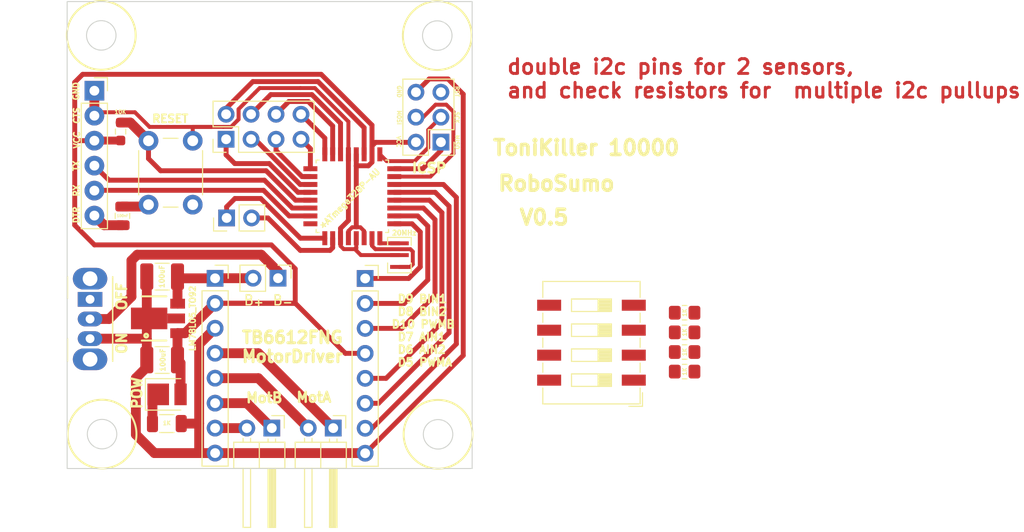
<source format=kicad_pcb>
(kicad_pcb (version 20221018) (generator pcbnew)
  (layers (0 "F.Cu" signal) (31 "B.Cu" signal) (34 "B.Paste" user) (35 "F.Paste" user) (36 "B.SilkS" user "B.Silkscreen") (37 "F.SilkS" user "F.Silkscreen") (38 "B.Mask" user) (39 "F.Mask" user) (44 "Edge.Cuts" user))
  (net 0 "")
  (net 1 "+BATT")
  (net 2 "RESET")
  (net 3 "Net-(J7-Pin_2)")
  (net 4 "Net-(J7-Pin_1)")
  (net 5 "Net-(J6-Pin_1)")
  (net 6 "Net-(J6-Pin_2)")
  (net 7 "Net-(D1-K)")
  (net 8 "DTR")
  (net 9 "MISO")
  (net 10 "SCK")
  (net 11 "Net-(R7-Pad2)")
  (net 12 "PWMA")
  (net 13 "AIN2")
  (net 14 "Net-(U1-XTAL1{slash}PB6)")
  (net 15 "Net-(U1-XTAL2{slash}PB7)")
  (net 16 "PWMB")
  (net 17 "BIN2")
  (net 18 "BIN1")
  (net 19 "MOSI")
  (net 20 "A6")
  (net 21 "A7")
  (net 22 "Sensor0")
  (net 23 "Sensor1")
  (net 24 "Net-(R8-Pad2)")
  (net 25 "Net-(R9-Pad2)")
  (net 26 "Net-(R10-Pad2)")
  (net 27 "TX")
  (net 28 "RX")
  (net 29 "AIN1")
  (net 30 "A0")
  (net 31 "A1")
  (net 32 "A2")
  (net 33 "A3")
  (net 34 "+5V")
  (net 36 "unconnected-(U1-PD4-Pad2)")
  (net 37 "unconnected-(U1-~PD3-Pad1)")
  (net 38 "GND")
  (net 39 "Net-(J1-Pin_1)")
  (footprint "Resistor_SMD:R_0805_2012Metric_Pad1.20x1.40mm_HandSolder" (layer "F.Cu") (at 171.65 110.4)
    (fp_text reference "R9" hide)
    (fp_text value "1K" (at 0.01 0 90) (layer "F.SilkS") (effects (font (size 0.4 0.4) (thickness 0.1))))
    (pad "1" smd roundrect (at -1 0) (size 1.2 1.4) (layers "F.Cu" "F.Paste" "F.Mask") (roundrect_rratio 0.208333) (net 34 "+5V"))
    (pad "2" smd roundrect (at 1 0) (size 1.2 1.4) (layers "F.Cu" "F.Paste" "F.Mask") (roundrect_rratio 0.208333) (net 25 "Net-(R9-Pad2)"))
  )
  (footprint "Capacitor_SMD:C_0805_2012Metric" (layer "F.Cu") (at 114.465 98.55 90)
    (fp_text reference "C3" hide)
    (fp_text value "100nF" (at 0.01 0.01) (layer "F.SilkS") (effects (font (size 0.25 0.25) (thickness 0.0625))))
    (pad "1" smd roundrect (at -0.95 0 90) (size 1 1.45) (layers "F.Cu" "F.Paste" "F.Mask") (net 8 "DTR"))
    (pad "2" smd roundrect (at 0.95 0 90) (size 1 1.45) (layers "F.Cu" "F.Paste" "F.Mask") (net 2 "RESET"))
  )
  (footprint "Resistor_SMD:R_0603_1608Metric_Pad0.98x0.95mm_HandSolder" (layer "F.Cu") (at 114.275 89.97 -90)
    (fp_text reference "R2" hide)
    (fp_text value "10K" (at -1.99 0.02) (layer "F.SilkS") (effects (font (size 0.4 0.4) (thickness 0.1))))
    (pad "1" smd roundrect (at -0.9125 0 270) (size 0.975 0.95) (layers "F.Cu" "F.Paste" "F.Mask") (net 2 "RESET"))
    (pad "2" smd roundrect (at 0.9125 0 270) (size 0.975 0.95) (layers "F.Cu" "F.Paste" "F.Mask") (net 34 "+5V"))
  )
  (footprint "Crystal:Resonator_SMD_Murata_CSTxExxV-3Pin_3.0x1.1mm" (layer "F.Cu") (at 142.639686 102.5412 90)
    (fp_text reference "Y1" hide)
    (fp_text value "20MHz" (at 2.257201 0.492801 180) (layer "F.SilkS") (effects (font (size 0.5 0.5) (thickness 0.125))))
    (pad "1" smd rect (at -1.2 0 90) (size 0.4 1.9) (layers "F.Cu" "F.Paste" "F.Mask") (net 14 "Net-(U1-XTAL1{slash}PB6)"))
    (pad "2" smd rect (at 0 0 90) (size 0.4 1.9) (layers "F.Cu" "F.Paste" "F.Mask") (net 38 "GND"))
    (pad "3" smd rect (at 1.2 0 90) (size 0.4 1.9) (layers "F.Cu" "F.Paste" "F.Mask") (net 15 "Net-(U1-XTAL2{slash}PB7)"))
  )
  (footprint "Resistor_SMD:R_0805_2012Metric_Pad1.20x1.40mm_HandSolder" (layer "F.Cu") (at 171.65 112.4)
    (fp_text reference "R8" hide)
    (fp_text value "1K" (at 0.01 0 90) (layer "F.SilkS") (effects (font (size 0.4 0.4) (thickness 0.1))))
    (pad "1" smd roundrect (at -1 0) (size 1.2 1.4) (layers "F.Cu" "F.Paste" "F.Mask") (roundrect_rratio 0.208333) (net 34 "+5V"))
    (pad "2" smd roundrect (at 1 0) (size 1.2 1.4) (layers "F.Cu" "F.Paste" "F.Mask") (roundrect_rratio 0.208333) (net 24 "Net-(R8-Pad2)"))
  )
  (footprint "Resistor_SMD:R_1206_3216Metric" (layer "F.Cu") (at 118.98125 119.67875 180)
    (fp_text reference "R1" hide)
    (fp_text value "1K" (at 0 0.05) (layer "F.SilkS") (effects (font (size 0.4 0.4) (thickness 0.1))))
    (pad "1" smd roundrect (at -1.4625 0 180) (size 1.125 1.75) (layers "F.Cu" "F.Paste" "F.Mask") (roundrect_rratio 0.222222) (net 38 "GND"))
    (pad "2" smd roundrect (at 1.4625 0 180) (size 1.125 1.75) (layers "F.Cu" "F.Paste" "F.Mask") (roundrect_rratio 0.222222) (net 7 "Net-(D1-K)"))
  )
  (footprint "Button_Switch_SMD:SW_DIP_SPSTx04_Slide_9.78x12.34mm_W8.61mm_P2.54mm" (layer "F.Cu") (at 162.175 111.45 180)
    (fp_text reference "SW3" hide)
    (fp_text value "SW_DIP_x04")
    (pad "1" smd rect (at -4.305 -3.81 180) (size 2.44 1.12) (layers "F.Cu" "F.Paste" "F.Mask") (net 11 "Net-(R7-Pad2)"))
    (pad "2" smd rect (at -4.305 -1.27 180) (size 2.44 1.12) (layers "F.Cu" "F.Paste" "F.Mask") (net 24 "Net-(R8-Pad2)"))
    (pad "3" smd rect (at -4.305 1.27 180) (size 2.44 1.12) (layers "F.Cu" "F.Paste" "F.Mask") (net 25 "Net-(R9-Pad2)"))
    (pad "4" smd rect (at -4.305 3.81 180) (size 2.44 1.12) (layers "F.Cu" "F.Paste" "F.Mask") (net 26 "Net-(R10-Pad2)"))
    (pad "5" smd rect (at 4.305 3.81 180) (size 2.44 1.12) (layers "F.Cu" "F.Paste" "F.Mask") (net 38 "GND"))
    (pad "6" smd rect (at 4.305 1.27 180) (size 2.44 1.12) (layers "F.Cu" "F.Paste" "F.Mask") (net 38 "GND"))
    (pad "7" smd rect (at 4.305 -1.27 180) (size 2.44 1.12) (layers "F.Cu" "F.Paste" "F.Mask") (net 38 "GND"))
    (pad "8" smd rect (at 4.305 -3.81 180) (size 2.44 1.12) (layers "F.Cu" "F.Paste" "F.Mask") (net 38 "GND"))
  )
  (footprint "78L05:PK(R-PSSO-F3)" (layer "F.Cu") (at 116.43 108.9825 90)
    (fp_text reference "U2" hide)
    (fp_text value "LM78L05_TO92" (at -0.0025 5.175 90) (layer "F.SilkS") (effects (font (size 0.6 0.6))))
    (pad "1" smd rect (at -1.5 3.65 90) (size 1 1.5) (layers "F.Cu" "F.Paste" "F.Mask") (net 34 "+5V"))
    (pad "2" smd rect (at 0 0.75 90) (size 2.2 3.7) (layers "F.Cu" "F.Paste" "F.Mask") (net 38 "GND"))
    (pad "2" smd rect (at 0 3.5 90) (size 1 1.8) (layers "F.Cu" "F.Paste" "F.Mask") (net 38 "GND"))
    (pad "3" smd rect (at 1.5 3.65 90) (size 1 1.5) (layers "F.Cu" "F.Paste" "F.Mask") (net 1 "+BATT"))
  )
  (footprint "Connector_PinHeader_2.54mm:PinHeader_1x02_P2.54mm_Vertical" (layer "F.Cu") (at 125.065 98.76 90)
    (fp_text reference "J1" hide)
    (fp_text value "BAT" hide)
    (pad "1" thru_hole rect (at 0 0 90) (size 1.7 1.7) (drill 1) (layers "*.Cu" "*.Mask"))
    (pad "2" thru_hole oval (at 0 2.54 90) (size 1.7 1.7) (drill 1) (layers "*.Cu" "*.Mask"))
  )
  (footprint "LED_SMD:LED_PLCC_2835" (layer "F.Cu") (at 119.00125 116.70875)
    (fp_text reference "D1" hide)
    (fp_text value "POW")
    (pad "1" smd rect (at -0.9 0) (size 2.2 2.2) (layers "F.Cu" "F.Paste" "F.Mask") (net 7 "Net-(D1-K)"))
    (pad "2" smd rect (at 1.375 0) (size 1.25 2.2) (layers "F.Cu" "F.Paste" "F.Mask") (net 34 "+5V"))
  )
  (footprint "Resistor_SMD:R_0805_2012Metric_Pad1.20x1.40mm_HandSolder" (layer "F.Cu") (at 171.65 108.4)
    (fp_text reference "R10" hide)
    (fp_text value "1K" (at 0.01 0 90) (layer "F.SilkS") (effects (font (size 0.4 0.4) (thickness 0.1))))
    (pad "1" smd roundrect (at -1 0) (size 1.2 1.4) (layers "F.Cu" "F.Paste" "F.Mask") (roundrect_rratio 0.208333) (net 34 "+5V"))
    (pad "2" smd roundrect (at 1 0) (size 1.2 1.4) (layers "F.Cu" "F.Paste" "F.Mask") (roundrect_rratio 0.208333) (net 26 "Net-(R10-Pad2)"))
  )
  (footprint "Resistor_SMD:R_0805_2012Metric_Pad1.20x1.40mm_HandSolder" (layer "F.Cu") (at 171.65 114.39)
    (fp_text reference "R7" hide)
    (fp_text value "1K" (at 0.01 0 90) (layer "F.SilkS") (effects (font (size 0.4 0.4) (thickness 0.1))))
    (pad "1" smd roundrect (at -1 0) (size 1.2 1.4) (layers "F.Cu" "F.Paste" "F.Mask") (roundrect_rratio 0.208333) (net 34 "+5V"))
    (pad "2" smd roundrect (at 1 0) (size 1.2 1.4) (layers "F.Cu" "F.Paste" "F.Mask") (roundrect_rratio 0.208333) (net 11 "Net-(R7-Pad2)"))
  )
  (footprint "Connector_PinHeader_2.54mm:PinHeader_2x03_P2.54mm_Vertical" (layer "F.Cu") (at 146.86 91.05 180)
    (fp_text reference "J2" hide)
    (fp_text value "ICSP" (at 1.2 -2.64 unlocked) (layer "F.SilkS") (effects (font (thickness 0.25))))
    (pad "1" thru_hole rect (at 0 0 180) (size 1.7 1.7) (drill 1) (layers "*.Cu" "*.Mask") (net 9 "MISO"))
    (pad "2" thru_hole oval (at 2.54 0 180) (size 1.7 1.7) (drill 1) (layers "*.Cu" "*.Mask") (net 34 "+5V"))
    (pad "3" thru_hole oval (at 0 2.54 180) (size 1.7 1.7) (drill 1) (layers "*.Cu" "*.Mask") (net 10 "SCK"))
    (pad "4" thru_hole oval (at 2.54 2.54 180) (size 1.7 1.7) (drill 1) (layers "*.Cu" "*.Mask") (net 19 "MOSI"))
    (pad "5" thru_hole oval (at 0 5.08 180) (size 1.7 1.7) (drill 1) (layers "*.Cu" "*.Mask") (net 2 "RESET"))
    (pad "6" thru_hole oval (at 2.54 5.08 180) (size 1.7 1.7) (drill 1) (layers "*.Cu" "*.Mask") (net 38 "GND"))
  )
  (footprint "Connector_PinHeader_2.54mm:PinHeader_2x04_P2.54mm_Vertical" (layer "F.Cu") (at 125.01 90.755 90)
    (fp_text reference "REF**" hide)
    (fp_text value "PinHeader_2x04_P2.54mm_Vertical" hide)
    (pad "1" thru_hole rect (at 0 0 90) (size 1.7 1.7) (drill 1) (layers "*.Cu" "*.Mask"))
    (pad "2" thru_hole oval (at 2.54 0 90) (size 1.7 1.7) (drill 1) (layers "*.Cu" "*.Mask"))
    (pad "3" thru_hole oval (at 0 2.54 90) (size 1.7 1.7) (drill 1) (layers "*.Cu" "*.Mask"))
    (pad "4" thru_hole oval (at 2.54 2.54 90) (size 1.7 1.7) (drill 1) (layers "*.Cu" "*.Mask"))
    (pad "5" thru_hole oval (at 0 5.08 90) (size 1.7 1.7) (drill 1) (layers "*.Cu" "*.Mask"))
    (pad "6" thru_hole oval (at 2.54 5.08 90) (size 1.7 1.7) (drill 1) (layers "*.Cu" "*.Mask"))
    (pad "7" thru_hole oval (at 0 7.62 90) (size 1.7 1.7) (drill 1) (layers "*.Cu" "*.Mask"))
    (pad "8" thru_hole oval (at 2.54 7.62 90) (size 1.7 1.7) (drill 1) (layers "*.Cu" "*.Mask"))
  )
  (footprint "Connector_PinSocket_2.54mm:PinSocket_1x08_P2.54mm_Vertical" (layer "F.Cu") (at 139.155 104.915)
    (fp_text reference "J9" hide)
    (fp_text value "Conn_01x03")
    (pad "1" thru_hole rect (at 0 0) (size 1.7 1.7) (drill 1) (layers "*.Cu" "*.Mask") (net 12 "PWMA"))
    (pad "2" thru_hole oval (at 0 2.54) (size 1.7 1.7) (drill 1) (layers "*.Cu" "*.Mask") (net 13 "AIN2"))
    (pad "3" thru_hole oval (at 0 5.08) (size 1.7 1.7) (drill 1) (layers "*.Cu" "*.Mask") (net 29 "AIN1"))
    (pad "4" thru_hole oval (at 0 7.62) (size 1.7 1.7) (drill 1) (layers "*.Cu" "*.Mask") (net 34 "+5V"))
    (pad "5" thru_hole oval (at 0 10.16) (size 1.7 1.7) (drill 1) (layers "*.Cu" "*.Mask") (net 18 "BIN1"))
    (pad "6" thru_hole oval (at 0 12.7) (size 1.7 1.7) (drill 1) (layers "*.Cu" "*.Mask") (net 17 "BIN2"))
    (pad "7" thru_hole oval (at 0 15.24) (size 1.7 1.7) (drill 1) (layers "*.Cu" "*.Mask") (net 16 "PWMB"))
    (pad "8" thru_hole oval (at 0 17.78) (size 1.7 1.7) (drill 1) (layers "*.Cu" "*.Mask") (net 38 "GND"))
  )
  (footprint "Connector_PinSocket_2.54mm:PinSocket_1x06_P2.54mm_Vertical" (layer "F.Cu") (at 111.61 85.82)
    (fp_text reference "J5" hide)
    (fp_text value "Conn_01x06_MountingPin")
    (pad "1" thru_hole rect (at 0 0) (size 2 2) (drill 1) (layers "*.Cu" "*.Mask") (net 38 "GND"))
    (pad "2" thru_hole oval (at 0 2.54) (size 2 2) (drill 1) (layers "*.Cu" "*.Mask") (net 38 "GND"))
    (pad "3" thru_hole oval (at 0 5.08) (size 2 2) (drill 1) (layers "*.Cu" "*.Mask") (net 34 "+5V"))
    (pad "4" thru_hole oval (at 0 7.62) (size 2 2) (drill 1) (layers "*.Cu" "*.Mask") (net 27 "TX"))
    (pad "5" thru_hole oval (at 0 10.16) (size 2 2) (drill 1) (layers "*.Cu" "*.Mask") (net 28 "RX"))
    (pad "6" thru_hole oval (at 0 12.7) (size 2 2) (drill 1) (layers "*.Cu" "*.Mask") (net 8 "DTR"))
  )
  (footprint "TQFP32_32A_MCH" (layer "F.Cu") (at 137.849687 96.554 90)
    (fp_text reference "U1" hide)
    (fp_text value "ATmega328P-AU " (at 0.1364 0.13 45 unlocked) (layer "F.SilkS") (effects (font (size 0.6 0.6))))
    (fp_text user "*" (at -2.92 -2.62 90) (layer "F.SilkS"))
    (pad "1" smd rect (at -4.2672 -2.799999 180) (size 0.508 1.4224) (layers "F.Cu" "F.Paste" "F.Mask") (net 37 "unconnected-(U1-~PD3-Pad1)"))
    (pad "2" smd rect (at -4.2672 -2.000001 180) (size 0.508 1.4224) (layers "F.Cu" "F.Paste" "F.Mask") (net 36 "unconnected-(U1-PD4-Pad2)"))
    (pad "3" smd rect (at -4.2672 -1.2 180) (size 0.508 1.4224) (layers "F.Cu" "F.Paste" "F.Mask") (net 38 "GND"))
    (pad "4" smd rect (at -4.2672 -0.399999 180) (size 0.508 1.4224) (layers "F.Cu" "F.Paste" "F.Mask") (net 34 "+5V"))
    (pad "5" smd rect (at -4.2672 0.399999 180) (size 0.508 1.4224) (layers "F.Cu" "F.Paste" "F.Mask") (net 38 "GND"))
    (pad "6" smd rect (at -4.2672 1.2 180) (size 0.508 1.4224) (layers "F.Cu" "F.Paste" "F.Mask") (net 34 "+5V"))
    (pad "7" smd rect (at -4.2672 1.999999 180) (size 0.508 1.4224) (layers "F.Cu" "F.Paste" "F.Mask") (net 14 "Net-(U1-XTAL1{slash}PB6)"))
    (pad "8" smd rect (at -4.2672 2.799999 180) (size 0.508 1.4224) (layers "F.Cu" "F.Paste" "F.Mask") (net 15 "Net-(U1-XTAL2{slash}PB7)"))
    (pad "9" smd rect (at -2.799999 4.2672 90) (size 0.508 1.4224) (layers "F.Cu" "F.Paste" "F.Mask") (net 12 "PWMA"))
    (pad "10" smd rect (at -2.000001 4.2672 90) (size 0.508 1.4224) (layers "F.Cu" "F.Paste" "F.Mask") (net 13 "AIN2"))
    (pad "11" smd rect (at -1.2 4.2672 90) (size 0.508 1.4224) (layers "F.Cu" "F.Paste" "F.Mask") (net 29 "AIN1"))
    (pad "12" smd rect (at -0.399999 4.2672 90) (size 0.508 1.4224) (layers "F.Cu" "F.Paste" "F.Mask") (net 18 "BIN1"))
    (pad "13" smd rect (at 0.399999 4.2672 90) (size 0.508 1.4224) (layers "F.Cu" "F.Paste" "F.Mask") (net 17 "BIN2"))
    (pad "14" smd rect (at 1.2 4.2672 90) (size 0.508 1.4224) (layers "F.Cu" "F.Paste" "F.Mask") (net 16 "PWMB"))
    (pad "15" smd rect (at 1.999999 4.2672 90) (size 0.508 1.4224) (layers "F.Cu" "F.Paste" "F.Mask") (net 19 "MOSI"))
    (pad "16" smd rect (at 2.799999 4.2672 90) (size 0.508 1.4224) (layers "F.Cu" "F.Paste" "F.Mask") (net 9 "MISO"))
    (pad "17" smd rect (at 4.2672 2.799999 180) (size 0.508 1.4224) (layers "F.Cu" "F.Paste" "F.Mask") (net 10 "SCK"))
    (pad "18" smd rect (at 4.2672 2.000001 180) (size 0.508 1.4224) (layers "F.Cu" "F.Paste" "F.Mask") (net 34 "+5V"))
    (pad "19" smd rect (at 4.2672 1.2 180) (size 0.508 1.4224) (layers "F.Cu" "F.Paste" "F.Mask") (net 20 "A6"))
    (pad "20" smd rect (at 4.2672 0.399999 180) (size 0.508 1.4224) (layers "F.Cu" "F.Paste" "F.Mask") (net 34 "+5V"))
    (pad "21" smd rect (at 4.2672 -0.399999 180) (size 0.508 1.4224) (layers "F.Cu" "F.Paste" "F.Mask") (net 38 "GND"))
    (pad "22" smd rect (at 4.2672 -1.2 180) (size 0.508 1.4224) (layers "F.Cu" "F.Paste" "F.Mask") (net 21 "A7"))
    (pad "23" smd rect (at 4.2672 -1.999999 180) (size 0.508 1.4224) (layers "F.Cu" "F.Paste" "F.Mask") (net 30 "A0"))
    (pad "24" smd rect (at 4.2672 -2.799999 180) (size 0.508 1.4224) (layers "F.Cu" "F.Paste" "F.Mask") (net 31 "A1"))
    (pad "25" smd rect (at 2.799999 -4.2672 90) (size 0.508 1.4224) (layers "F.Cu" "F.Paste" "F.Mask") (net 32 "A2"))
    (pad "26" smd rect (at 2.000001 -4.2672 90) (size 0.508 1.4224) (layers "F.Cu" "F.Paste" "F.Mask") (net 33 "A3"))
    (pad "27" smd rect (at 1.2 -4.2672 90) (size 0.508 1.4224) (layers "F.Cu" "F.Paste" "F.Mask") (net 22 "Sensor0"))
    (pad "28" smd rect (at 0.399999 -4.2672 90) (size 0.508 1.4224) (layers "F.Cu" "F.Paste" "F.Mask") (net 23 "Sensor1"))
    (pad "29" smd rect (at -0.399999 -4.2672 90) (size 0.508 1.4224) (layers "F.Cu" "F.Paste" "F.Mask") (net 2 "RESET"))
    (pad "30" smd rect (at -1.2 -4.2672 90) (size 0.508 1.4224) (layers "F.Cu" "F.Paste" "F.Mask") (net 27 "TX"))
    (pad "31" smd rect (at -1.999999 -4.2672 90) (size 0.508 1.4224) (layers "F.Cu" "F.Paste" "F.Mask") (net 28 "RX"))
    (pad "32" smd rect (at -2.799999 -4.2672 90) (size 0.508 1.4224) (layers "F.Cu" "F.Paste" "F.Mask"))
  )
  (footprint "Connector_PinHeader_2.54mm:PinHeader_1x02_P2.54mm_Horizontal" (layer "F.Cu") (at 129.6576 120.137728 -90)
    (fp_text reference "J6" hide)
    (fp_text value "MotB" (at -3.078272 0.7668) (layer "F.SilkS") (effects (font (thickness 7))))
    (pad "1" thru_hole rect (at 0 0 270) (size 1.7 1.7) (drill 1) (layers "*.Cu" "*.Mask") (net 5 "Net-(J6-Pin_1)"))
    (pad "x" thru_hole oval (at 0 2.54 270) (size 1.7 1.7) (drill 1) (layers "*.Cu" "*.Mask"))
  )
  (footprint "Connector_PinHeader_2.54mm:PinHeader_1x02_P2.54mm_Vertical" (layer "F.Cu") (at 130.29 104.89 -90)
    (fp_text reference "J1" hide)
    (fp_text value "BAT" hide)
    (pad "1" thru_hole rect (at 0 0 270) (size 1.7 1.7) (drill 1) (layers "*.Cu" "*.Mask") (net 39 "Net-(J1-Pin_1)"))
    (pad "2" thru_hole oval (at 0 2.54 270) (size 1.7 1.7) (drill 1) (layers "*.Cu" "*.Mask") (net 1 "+BATT"))
  )
  (footprint "Capacitor_SMD:C_1210_3225Metric_Pad1.33x2.70mm_HandSolder" (layer "F.Cu") (at 118.5025 104.7325 180)
    (fp_text reference "C1" hide)
    (fp_text value "100uF" (at 0.02 0.01 90) (layer "F.SilkS") (effects (font (size 0.5 0.5) (thickness 0.125))))
    (pad "1" smd roundrect (at -1.5625 0 180) (size 1.325 2.7) (layers "F.Cu" "F.Paste" "F.Mask") (roundrect_rratio 0.188679) (net 1 "+BATT"))
    (pad "2" smd roundrect (at 1.5625 0 180) (size 1.325 2.7) (layers "F.Cu" "F.Paste" "F.Mask") (roundrect_rratio 0.188679) (net 38 "GND"))
  )
  (footprint "Connector_PinSocket_2.54mm:PinSocket_1x08_P2.54mm_Vertical" (layer "F.Cu") (at 123.89 104.9)
    (fp_text reference "J8" hide)
    (fp_text value "BAT")
    (pad "1" thru_hole rect (at 0 0) (size 1.7 1.7) (drill 1) (layers "*.Cu" "*.Mask") (net 1 "+BATT"))
    (pad "2" thru_hole oval (at 0 2.54) (size 1.7 1.7) (drill 1) (layers "*.Cu" "*.Mask") (net 34 "+5V"))
    (pad "3" thru_hole oval (at 0 5.08) (size 1.7 1.7) (drill 1) (layers "*.Cu" "*.Mask") (net 38 "GND"))
    (pad "4" thru_hole oval (at 0 7.62) (size 1.7 1.7) (drill 1) (layers "*.Cu" "*.Mask") (net 4 "Net-(J7-Pin_1)"))
    (pad "5" thru_hole oval (at 0 10.16) (size 1.7 1.7) (drill 1) (layers "*.Cu" "*.Mask") (net 3 "Net-(J7-Pin_2)"))
    (pad "6" thru_hole oval (at 0 12.7) (size 1.7 1.7) (drill 1) (layers "*.Cu" "*.Mask") (net 5 "Net-(J6-Pin_1)"))
    (pad "7" thru_hole oval (at 0 15.24) (size 1.7 1.7) (drill 1) (layers "*.Cu" "*.Mask") (net 6 "Net-(J6-Pin_2)"))
    (pad "8" thru_hole oval (at 0 17.78) (size 1.7 1.7) (drill 1) (layers "*.Cu" "*.Mask") (net 38 "GND"))
  )
  (footprint "Capacitor_SMD:C_1210_3225Metric_Pad1.33x2.70mm_HandSolder" (layer "F.Cu") (at 118.5025 113.2125 180)
    (fp_text reference "C2" hide)
    (fp_text value "100uF" (at -0.07 0 90) (layer "F.SilkS") (effects (font (size 0.5 0.5) (thickness 0.125))))
    (pad "1" smd roundrect (at -1.5625 0 180) (size 1.325 2.7) (layers "F.Cu" "F.Paste" "F.Mask") (roundrect_rratio 0.188679) (net 34 "+5V"))
    (pad "2" smd roundrect (at 1.5625 0 180) (size 1.325 2.7) (layers "F.Cu" "F.Paste" "F.Mask") (roundrect_rratio 0.188679) (net 38 "GND"))
  )
  (footprint "Button_Switch_THT:SW_PUSH_6mm" (layer "F.Cu") (at 121.615 90.91 -90)
    (fp_text reference "SW2" hide)
    (fp_text value "RESET" (at -2.24 2.29 -180) (layer "F.SilkS") (effects (font (size 0.8 0.8) (thickness 0.2) bold)))
    (pad "1" thru_hole circle (at 0 0) (size 2 2) (drill 1.1) (layers "*.Cu" "*.Mask") (net 38 "GND"))
    (pad "1" thru_hole circle (at 6.5 0) (size 2 2) (drill 1.1) (layers "*.Cu" "*.Mask") (net 38 "GND"))
    (pad "2" thru_hole circle (at 0 4.5) (size 2 2) (drill 1.1) (layers "*.Cu" "*.Mask") (net 2 "RESET"))
    (pad "2" thru_hole circle (at 6.5 4.5) (size 2 2) (drill 1.1) (layers "*.Cu" "*.Mask") (net 2 "RESET"))
  )
  (footprint "Button_Switch_THT:SW_CuK_OS102011MA1QN1_SPDT_Angled" (layer "F.Cu") (at 111.17 107.04 -90)
    (fp_text reference "SW1" hide)
    (fp_text value "SW_SPDT" hide)
    (pad "" thru_hole oval (at -2.1 0 270) (size 2.2 3.5) (drill 1.5) (layers "*.Cu" "*.Mask"))
    (pad "" thru_hole oval (at 6.1 0 270) (size 2.2 3.5) (drill 1.5) (layers "*.Cu" "*.Mask"))
    (pad "1" thru_hole rect (at 0 0 270) (size 1.5 2.5) (drill 0.9) (layers "*.Cu" "*.Mask"))
    (pad "2" thru_hole oval (at 2 0 270) (size 1.5 2.5) (drill 0.9) (layers "*.Cu" "*.Mask") (net 39 "Net-(J1-Pin_1)"))
    (pad "3" thru_hole oval (at 4 0 270) (size 1.5 2.5) (drill 0.9) (layers "*.Cu" "*.Mask") (net 38 "GND"))
  )
  (footprint "Connector_PinHeader_2.54mm:PinHeader_1x02_P2.54mm_Horizontal" (layer "F.Cu") (at 135.9076 120.137728 -90)
    (fp_text reference "J7" hide)
    (fp_text value "MotA" (at -3.128272 1.9668) (layer "F.SilkS") (effects (font (thickness 7))))
    (pad "1" thru_hole rect (at 0 0 270) (size 1.7 1.7) (drill 1) (layers "*.Cu" "*.Mask") (net 4 "Net-(J7-Pin_1)"))
    (pad "2" thru_hole oval (at 0 2.54 270) (size 1.7 1.7) (drill 1) (layers "*.Cu" "*.Mask") (net 3 "Net-(J7-Pin_2)"))
  )
  (gr_circle (center 146.57 120.77) (end 146.57 124.27) (stroke (width 0.2)) (fill none) (layer "F.SilkS"))
  (gr_circle (center 146.49 80.21) (end 146.49 83.71) (stroke (width 0.2)) (fill none) (layer "F.SilkS"))
  (gr_circle (center 112.39 120.75) (end 112.39 124.25) (stroke (width 0.2)) (fill none) (layer "F.SilkS"))
  (gr_circle (center 112.31 80.19) (end 112.31 83.69) (stroke (width 0.2)) (fill none) (layer "F.SilkS"))
  (gr_circle (center 146.49 80.21) (end 146.49 81.71) (stroke (width 0.1)) (fill none) (layer "Edge.Cuts"))
  (gr_circle (center 146.57 120.77) (end 146.57 122.27) (stroke (width 0.1)) (fill none) (layer "Edge.Cuts"))
  (gr_circle (center 112.39 120.75) (end 112.39 122.25) (stroke (width 0.1)) (fill none) (layer "Edge.Cuts"))
  (gr_circle (center 112.31 80.19) (end 112.31 81.69) (stroke (width 0.1)) (fill none) (layer "Edge.Cuts"))
  (gr_rect (start 108.84 76.75) (end 150.04 124.25) (stroke (width 0.1)) (fill none) (layer "Edge.Cuts"))
  (gr_text "double i2c pins for 2 sensors, \nand check resistors for  multiple i2c pullups" (at 153.45 86.67) (layer "F.Cu") (effects (font (size 1.5 1.5) (thickness 0.3) bold) (justify left bottom)))
  (gr_text "MISO\n" (at 148.51 91.05 -90) (layer "F.SilkS") (effects (font (size 0.4 0.4) (thickness 0.1))))
  (gr_text " D9 BIN1\n D8 BIN2\nD10 PWMB\n D7 AIN1\n D6 AIN2\n D5 PWMA" (at 141.75 110.22) (layer "F.SilkS") (effects (font (size 0.8 0.8) (thickness 0.2)) (justify left)))
  (gr_text "TX" (at 109.75 93.46 90) (layer "F.SilkS") (effects (font (size 0.6 0.6) (thickness 0.15) bold)))
  (gr_text "B_{+}" (at 127.82 107.13) (layer "F.SilkS") (effects (font (size 1 1))))
  (gr_text "VCC" (at 109.82 90.82 90) (layer "F.SilkS") (effects (font (size 0.6 0.6) (thickness 0.15) bold)))
  (gr_text "TB6612FNG \nMotorDriver" (at 126.47 113.55) (layer "F.SilkS") (effects (font (size 1.2 1.2) (thickness 0.3) bold) (justify left bottom)))
  (gr_text "V0.5\n" (at 157.36 98.7) (layer "F.SilkS") (effects (font (size 1.5 1.5) (thickness 0.375))))
  (gr_text "B_{-}" (at 130.76 107.13) (layer "F.SilkS") (effects (font (size 1 1))))
  (gr_text "MOSI\n" (at 142.61 88.55 -90) (layer "F.SilkS") (effects (font (size 0.4 0.4) (thickness 0.1))))
  (gr_text "RST" (at 148.51 85.9 -90) (layer "F.SilkS") (effects (font (size 0.4 0.4) (thickness 0.1))))
  (gr_text "CTS" (at 109.81 88.34 90) (layer "F.SilkS") (effects (font (size 0.6 0.6) (thickness 0.15) bold)))
  (gr_text "GND" (at 142.61 85.9 -90) (layer "F.SilkS") (effects (font (size 0.4 0.4) (thickness 0.1))))
  (gr_text "DTR" (at 109.77 98.45 90) (layer "F.SilkS") (effects (font (size 0.6 0.6) (thickness 0.15) bold)))
  (gr_text "SCK" (at 148.51 88.55 -90) (layer "F.SilkS") (effects (font (size 0.4 0.4) (thickness 0.1))))
  (gr_text "RX" (at 109.78 95.98 90) (layer "F.SilkS") (effects (font (size 0.6 0.6) (thickness 0.15) bold)))
  (gr_text "GND" (at 109.74 85.87 90) (layer "F.SilkS") (effects (font (size 0.6 0.6) (thickness 0.15) bold)))
  (gr_text "OFF\n" (at 114.39 106.74 90) (layer "F.SilkS") (effects (font (size 1 1) (thickness 0.25))))
  (gr_text "ToniKiller 10000\n" (at 161.64 91.62) (layer "F.SilkS") (effects (font (size 1.5 1.5) (thickness 0.375))))
  (gr_text "RoboSumo" (at 158.61 95.25) (layer "F.SilkS") (effects (font (size 1.5 1.5) (thickness 0.375) bold)))
  (gr_text "VCC" (at 142.56 91 -90) (layer "F.SilkS") (effects (font (size 0.4 0.4) (thickness 0.1))))
  (gr_text "ON" (at 114.39 111.5 90) (layer "F.SilkS") (effects (font (size 1 1) (thickness 0.25))))
  (gr_text "POW" (at 115.93 116.56 90) (layer "F.SilkS") (effects (font (size 1 1) (thickness 0.25))))
  (segment (start 120.065 107.4675) (end 120.08 107.4825) (width 1) (layer "F.Cu") (net 1))
  (segment (start 123.9 104.89) (end 123.89 104.9) (width 1) (layer "F.Cu") (net 1))
  (segment (start 120.06 104.7275) (end 120.065 104.7325) (width 1) (layer "F.Cu") (net 1))
  (segment (start 123.89 104.9) (end 120.2325 104.9) (width 1) (layer "F.Cu") (net 1))
  (segment (start 127.715 104.89) (end 123.9 104.89) (width 1) (layer "F.Cu") (net 1))
  (segment (start 120.2325 104.9) (end 120.065 104.7325) (width 1) (layer "F.Cu") (net 1))
  (segment (start 127.755 104.85) (end 127.715 104.89) (width 1) (layer "F.Cu") (net 1))
  (segment (start 120.065 104.7325) (end 120.065 107.4675) (width 1) (layer "F.Cu") (net 1))
  (segment (start 117.115 92.725) (end 117.115 90.91) (width 0.5) (layer "F.Cu") (net 2))
  (segment (start 133.582487 96.953999) (end 132.073999 96.953999) (width 0.5) (layer "F.Cu") (net 2))
  (segment (start 118.35 93.96) (end 117.115 92.725) (width 0.5) (layer "F.Cu") (net 2))
  (segment (start 129.08 93.96) (end 118.35 93.96) (width 0.5) (layer "F.Cu") (net 2))
  (segment (start 132.073999 96.953999) (end 129.08 93.96) (width 0.5) (layer "F.Cu") (net 2))
  (segment (start 116.925 97.6) (end 117.115 97.41) (width 1) (layer "F.Cu") (net 2))
  (segment (start 114.275 89.0575) (end 115.2625 89.0575) (width 1) (layer "F.Cu") (net 2))
  (segment (start 114.465 97.6) (end 116.925 97.6) (width 1) (layer "F.Cu") (net 2))
  (segment (start 115.2625 89.0575) (end 117.115 90.91) (width 1) (layer "F.Cu") (net 2))
  (segment (start 123.89 115.06) (end 128.289872 115.06) (width 1) (layer "F.Cu") (net 3))
  (segment (start 128.289872 115.06) (end 133.3676 120.137728) (width 1) (layer "F.Cu") (net 3))
  (segment (start 128.289872 112.52) (end 135.9076 120.137728) (width 1) (layer "F.Cu") (net 4))
  (segment (start 123.89 112.52) (end 128.289872 112.52) (width 1) (layer "F.Cu") (net 4))
  (segment (start 123.89 117.6) (end 127.119872 117.6) (width 1) (layer "F.Cu") (net 5))
  (segment (start 127.119872 117.6) (end 129.6576 120.137728) (width 1) (layer "F.Cu") (net 5))
  (segment (start 127.115328 120.14) (end 127.1176 120.137728) (width 1) (layer "F.Cu") (net 6))
  (segment (start 123.89 120.14) (end 127.115328 120.14) (width 1) (layer "F.Cu") (net 6))
  (segment (start 117.51875 117.29125) (end 118.10125 116.70875) (width 1) (layer "F.Cu") (net 7))
  (segment (start 117.51875 119.67875) (end 117.51875 117.29125) (width 1) (layer "F.Cu") (net 7))
  (segment (start 114.465 99.5) (end 112.59 99.5) (width 1) (layer "F.Cu") (net 8))
  (segment (start 112.59 99.5) (end 111.61 98.52) (width 1) (layer "F.Cu") (net 8))
  (segment (start 145.005999 93.754001) (end 146.86 91.9) (width 0.5) (layer "F.Cu") (net 9))
  (segment (start 146.86 91.9) (end 146.86 91.05) (width 0.5) (layer "F.Cu") (net 9))
  (segment (start 142.116887 93.754001) (end 145.005999 93.754001) (width 0.5) (layer "F.Cu") (net 9))
  (segment (start 145.57 91.61) (end 145.57 89.8) (width 0.4) (layer "F.Cu") (net 10))
  (segment (start 145.57 89.8) (end 146.86 88.51) (width 0.4) (layer "F.Cu") (net 10))
  (segment (start 140.649686 92.2868) (end 141.342886 92.98) (width 0.4) (layer "F.Cu") (net 10))
  (segment (start 144.2 92.98) (end 145.57 91.61) (width 0.4) (layer "F.Cu") (net 10))
  (segment (start 141.342886 92.98) (end 144.2 92.98) (width 0.4) (layer "F.Cu") (net 10))
  (segment (start 142.116887 99.353999) (end 143.923999 99.353999) (width 0.5) (layer "F.Cu") (net 12))
  (segment (start 143.923999 99.353999) (end 144.76 100.19) (width 0.5) (layer "F.Cu") (net 12))
  (segment (start 143.585 104.915) (end 139.155 104.915) (width 0.5) (layer "F.Cu") (net 12))
  (segment (start 144.76 100.19) (end 144.76 103.74) (width 0.5) (layer "F.Cu") (net 12))
  (segment (start 144.76 103.74) (end 143.585 104.915) (width 0.5) (layer "F.Cu") (net 12))
  (segment (start 142.116887 98.554001) (end 144.494001 98.554001) (width 0.5) (layer "F.Cu") (net 13))
  (segment (start 145.52 99.58) (end 145.52 105.07) (width 0.5) (layer "F.Cu") (net 13))
  (segment (start 143.135 107.455) (end 139.155 107.455) (width 0.5) (layer "F.Cu") (net 13))
  (segment (start 144.494001 98.554001) (end 145.52 99.58) (width 0.5) (layer "F.Cu") (net 13))
  (segment (start 145.52 105.07) (end 143.135 107.455) (width 0.5) (layer "F.Cu") (net 13))
  (segment (start 143.999686 103.4812) (end 143.999686 102.1812) (width 0.4) (layer "F.Cu") (net 14))
  (segment (start 143.999686 102.1812) (end 143.759686 101.9412) (width 0.4) (layer "F.Cu") (net 14))
  (segment (start 139.849686 101.5912) (end 139.849686 100.8212) (width 0.4) (layer "F.Cu") (net 14))
  (segment (start 142.639686 103.7412) (end 143.739686 103.7412) (width 0.4) (layer "F.Cu") (net 14))
  (segment (start 140.199686 101.9412) (end 139.849686 101.5912) (width 0.4) (layer "F.Cu") (net 14))
  (segment (start 143.739686 103.7412) (end 143.999686 103.4812) (width 0.4) (layer "F.Cu") (net 14))
  (segment (start 143.759686 101.9412) (end 140.199686 101.9412) (width 0.4) (layer "F.Cu") (net 14))
  (segment (start 140.649686 101.3412) (end 142.639686 101.3412) (width 0.4) (layer "F.Cu") (net 15))
  (segment (start 140.649686 100.8212) (end 140.649686 101.3412) (width 0.4) (layer "F.Cu") (net 15))
  (segment (start 139.855 120.155) (end 139.155 120.155) (width 0.5) (layer "F.Cu") (net 16))
  (segment (start 148.43 111.58) (end 139.855 120.155) (width 0.5) (layer "F.Cu") (net 16))
  (segment (start 147.114 95.354) (end 148.43 96.67) (width 0.5) (layer "F.Cu") (net 16))
  (segment (start 142.116887 95.354) (end 147.114 95.354) (width 0.5) (layer "F.Cu") (net 16))
  (segment (start 148.43 96.67) (end 148.43 111.58) (width 0.5) (layer "F.Cu") (net 16))
  (segment (start 142.116887 96.154001) (end 146.284001 96.154001) (width 0.5) (layer "F.Cu") (net 17))
  (segment (start 147.69 110.44) (end 140.515 117.615) (width 0.5) (layer "F.Cu") (net 17))
  (segment (start 146.284001 96.154001) (end 147.69 97.56) (width 0.5) (layer "F.Cu") (net 17))
  (segment (start 140.515 117.615) (end 139.155 117.615) (width 0.5) (layer "F.Cu") (net 17))
  (segment (start 147.69 97.56) (end 147.69 110.44) (width 0.5) (layer "F.Cu") (net 17))
  (segment (start 145.693999 96.953999) (end 146.96 98.22) (width 0.5) (layer "F.Cu") (net 18))
  (segment (start 146.96 98.22) (end 146.96 109.4) (width 0.5) (layer "F.Cu") (net 18))
  (segment (start 141.285 115.075) (end 139.155 115.075) (width 0.5) (layer "F.Cu") (net 18))
  (segment (start 142.116887 96.953999) (end 145.693999 96.953999) (width 0.5) (layer "F.Cu") (net 18))
  (segment (start 146.96 109.4) (end 141.285 115.075) (width 0.5) (layer "F.Cu") (net 18))
  (segment (start 146.32 87.24) (end 145.05 88.51) (width 0.4) (layer "F.Cu") (net 19))
  (segment (start 148.13 92.21) (end 148.13 87.96) (width 0.4) (layer "F.Cu") (net 19))
  (segment (start 147.41 87.24) (end 146.32 87.24) (width 0.4) (layer "F.Cu") (net 19))
  (segment (start 142.116887 94.554001) (end 145.785999 94.554001) (width 0.4) (layer "F.Cu") (net 19))
  (segment (start 145.785999 94.554001) (end 148.13 92.21) (width 0.4) (layer "F.Cu") (net 19))
  (segment (start 148.13 87.96) (end 147.41 87.24) (width 0.4) (layer "F.Cu") (net 19))
  (segment (start 145.05 88.51) (end 144.32 88.51) (width 0.4) (layer "F.Cu") (net 19))
  (segment (start 134.36 84.89) (end 127.73 84.89) (width 0.5) (layer "F.Cu") (net 20))
  (segment (start 125.01 87.61) (end 125.01 88.215) (width 0.5) (layer "F.Cu") (net 20))
  (segment (start 127.73 84.89) (end 125.01 87.61) (width 0.5) (layer "F.Cu") (net 20))
  (segment (start 139.049687 92.2868) (end 139.049687 89.579687) (width 0.5) (layer "F.Cu") (net 20))
  (segment (start 139.049687 89.579687) (end 134.36 84.89) (width 0.5) (layer "F.Cu") (net 20))
  (segment (start 133.735 86.215) (end 129.55 86.215) (width 0.5) (layer "F.Cu") (net 21))
  (segment (start 136.649687 89.129687) (end 133.735 86.215) (width 0.5) (layer "F.Cu") (net 21))
  (segment (start 136.649687 92.2868) (end 136.649687 89.129687) (width 0.5) (layer "F.Cu") (net 21))
  (segment (start 129.55 86.215) (end 127.55 88.215) (width 0.5) (layer "F.Cu") (net 21))
  (segment (start 133.582487 95.354) (end 132.544 95.354) (width 0.5) (layer "F.Cu") (net 22))
  (segment (start 132.544 95.354) (end 127.945 90.755) (width 0.5) (layer "F.Cu") (net 22))
  (segment (start 127.945 90.755) (end 127.55 90.755) (width 0.5) (layer "F.Cu") (net 22))
  (segment (start 132.324001 96.154001) (end 129.4 93.23) (width 0.5) (layer "F.Cu") (net 23))
  (segment (start 125.01 92.35) (end 125.01 90.755) (width 0.5) (layer "F.Cu") (net 23))
  (segment (start 133.582487 96.154001) (end 132.324001 96.154001) (width 0.5) (layer "F.Cu") (net 23))
  (segment (start 125.89 93.23) (end 125.01 92.35) (width 0.5) (layer "F.Cu") (net 23))
  (segment (start 129.4 93.23) (end 125.89 93.23) (width 0.5) (layer "F.Cu") (net 23))
  (segment (start 133.582487 97.754) (end 131.744 97.754) (width 0.5) (layer "F.Cu") (net 27))
  (segment (start 131.744 97.754) (end 128.91 94.92) (width 0.5) (layer "F.Cu") (net 27))
  (segment (start 113.09 94.92) (end 111.61 93.44) (width 0.5) (layer "F.Cu") (net 27))
  (segment (start 128.91 94.92) (end 113.09 94.92) (width 0.5) (layer "F.Cu") (net 27))
  (segment (start 131.423999 98.553999) (end 128.82 95.95) (width 0.5) (layer "F.Cu") (net 28))
  (segment (start 133.582487 98.553999) (end 131.423999 98.553999) (width 0.5) (layer "F.Cu") (net 28))
  (segment (start 128.82 95.95) (end 111.64 95.95) (width 0.5) (layer "F.Cu") (net 28))
  (segment (start 111.64 95.95) (end 111.61 95.98) (width 0.5) (layer "F.Cu") (net 28))
  (segment (start 145.084 97.754) (end 146.26 98.93) (width 0.5) (layer "F.Cu") (net 29))
  (segment (start 142.875 109.995) (end 139.155 109.995) (width 0.5) (layer "F.Cu") (net 29))
  (segment (start 142.116887 97.754) (end 145.084 97.754) (width 0.5) (layer "F.Cu") (net 29))
  (segment (start 146.26 98.93) (end 146.26 106.61) (width 0.5) (layer "F.Cu") (net 29))
  (segment (start 146.26 106.61) (end 142.875 109.995) (width 0.5) (layer "F.Cu") (net 29))
  (segment (start 135.849688 92.2868) (end 135.849688 89.399688) (width 0.5) (layer "F.Cu") (net 30))
  (segment (start 131.39 86.915) (end 130.09 88.215) (width 0.5) (layer "F.Cu") (net 30))
  (segment (start 133.365 86.915) (end 131.39 86.915) (width 0.5) (layer "F.Cu") (net 30))
  (segment (start 135.849688 89.399688) (end 133.365 86.915) (width 0.5) (layer "F.Cu") (net 30))
  (segment (start 135.049688 90.634688) (end 132.63 88.215) (width 0.5) (layer "F.Cu") (net 31))
  (segment (start 135.049688 92.2868) (end 135.049688 90.634688) (width 0.5) (layer "F.Cu") (net 31))
  (segment (start 133.582487 93.754001) (end 133.582487 91.712487) (width 0.5) (layer "F.Cu") (net 32))
  (segment (start 133.582487 91.712487) (end 132.69 90.82) (width 0.5) (layer "F.Cu") (net 32))
  (segment (start 132.733999 94.553999) (end 130.09 91.91) (width 0.5) (layer "F.Cu") (net 33))
  (segment (start 133.582487 94.553999) (end 132.733999 94.553999) (width 0.5) (layer "F.Cu") (net 33))
  (segment (start 130.09 91.91) (end 130.09 90.79) (width 0.5) (layer "F.Cu") (net 33))
  (segment (start 109.61 90.9) (end 111.61 90.9) (width 0.5) (layer "F.Cu") (net 34))
  (segment (start 120.065 113.2125) (end 120.065 110.4975) (width 1) (layer "F.Cu") (net 34))
  (segment (start 134.68 84.15) (end 139.849688 89.319688) (width 0.5) (layer "F.Cu") (net 34))
  (segment (start 111.62 90.89) (end 111.61 90.9) (width 1) (layer "F.Cu") (net 34))
  (segment (start 139.849688 91.435912) (end 140.2156 91.07) (width 0.5) (layer "F.Cu") (net 34))
  (segment (start 123.89 107.44) (end 132.05 107.44) (width 0.5) (layer "F.Cu") (net 34))
  (segment (start 114.275 90.8825) (end 114.2675 90.89) (width 0.8) (layer "F.Cu") (net 34))
  (segment (start 132.04 107.44) (end 132.04 103.93) (width 0.5) (layer "F.Cu") (net 34))
  (segment (start 120.8475 110.4825) (end 123.89 107.44) (width 1) (layer "F.Cu") (net 34))
  (segment (start 120.065 113.2125) (end 120.37625 113.52375) (width 1) (layer "F.Cu") (net 34))
  (segment (start 132.04 103.93) (end 129.61 101.5) (width 0.5) (layer "F.Cu") (net 34))
  (segment (start 109.61 90.9) (end 109.61 84.96) (width 0.5) (layer "F.Cu") (net 34))
  (segment (start 139.849688 89.319688) (end 139.849688 92.2868) (width 0.5) (layer "F.Cu") (net 34))
  (segment (start 138.249686 93.471201) (end 138.249686 99.642799) (width 0.5) (layer "F.Cu") (net 34))
  (segment (start 137.83 99.71) (end 137.449688 100.090312) (width 0.4) (layer "F.Cu") (net 34))
  (segment (start 144.3 91.07) (end 144.32 91.05) (width 0.5) (layer "F.Cu") (net 34))
  (segment (start 138.669372 99.71) (end 137.83 99.71) (width 0.4) (layer "F.Cu") (net 34))
  (segment (start 109.61 99.49) (end 109.61 90.9) (width 0.5) (layer "F.Cu") (net 34))
  (segment (start 137.145 112.535) (end 139.155 112.535) (width 0.5) (layer "F.Cu") (net 34))
  (segment (start 138.266887 99.66) (end 138.316887 99.66) (width 0.5) (layer "F.Cu") (net 34))
  (segment (start 129.61 101.5) (end 111.62 101.5) (width 0.5) (layer "F.Cu") (net 34))
  (segment (start 140.2156 91.07) (end 144.3 91.07) (width 0.5) (layer "F.Cu") (net 34))
  (segment (start 120.065 110.4975) (end 120.08 110.4825) (width 1) (layer "F.Cu") (net 34))
  (segment (start 111.62 101.5) (end 109.61 99.49) (width 0.5) (layer "F.Cu") (net 34))
  (segment (start 137.449688 100.090312) (end 137.449688 100.8212) (width 0.4) (layer "F.Cu") (net 34))
  (segment (start 120.37625 113.52375) (end 120.37625 116.70875) (width 1) (layer "F.Cu") (net 34))
  (segment (start 138.249686 99.642799) (end 138.266887 99.66) (width 0.5) (layer "F.Cu") (net 34))
  (segment (start 114.2675 90.89) (end 111.62 90.89) (width 0.8) (layer "F.Cu") (net 34))
  (segment (start 139.849688 92.2868) (end 139.849688 93.088395) (width 0.5) (layer "F.Cu") (net 34))
  (segment (start 139.049687 100.090315) (end 138.669372 99.71) (width 0.4) (layer "F.Cu") (net 34))
  (segment (start 110.42 84.15) (end 134.68 84.15) (width 0.5) (layer "F.Cu") (net 34))
  (segment (start 120.08 110.4825) (end 120.8475 110.4825) (width 1) (layer "F.Cu") (net 34))
  (segment (start 139.849688 93.088395) (end 139.484083 93.454) (width 0.5) (layer "F.Cu") (net 34))
  (segment (start 109.61 84.96) (end 110.42 84.15) (width 0.5) (layer "F.Cu") (net 34))
  (segment (start 139.049687 100.8212) (end 139.049687 100.090315) (width 0.4) (layer "F.Cu") (net 34))
  (segment (start 138.266887 93.454) (end 138.249686 93.471201) (width 0.5) (layer "F.Cu") (net 34))
  (segment (start 123.89 107.44) (end 132.04 107.44) (width 0.5) (layer "F.Cu") (net 34))
  (segment (start 138.249686 93.471201) (end 138.249686 92.2868) (width 0.5) (layer "F.Cu") (net 34))
  (segment (start 139.849688 92.2868) (end 139.849688 91.435912) (width 0.5) (layer "F.Cu") (net 34))
  (segment (start 139.484083 93.454) (end 138.266887 93.454) (width 0.5) (layer "F.Cu") (net 34))
  (segment (start 132.05 107.44) (end 137.145 112.535) (width 0.5) (layer "F.Cu") (net 34))
  (segment (start 132.56 102.06) (end 135.58 102.06) (width 0.5) (layer "F.Cu") (net 36))
  (segment (start 129.26 98.76) (end 132.56 102.06) (width 0.5) (layer "F.Cu") (net 36))
  (segment (start 127.605 98.76) (end 129.26 98.76) (width 0.5) (layer "F.Cu") (net 36))
  (segment (start 135.58 102.06) (end 135.849686 101.790314) (width 0.5) (layer "F.Cu") (net 36))
  (segment (start 135.849686 101.790314) (end 135.849686 100.8212) (width 0.5) (layer "F.Cu") (net 36))
  (segment (start 125.91 96.78) (end 125.065 97.625) (width 0.5) (layer "F.Cu") (net 37))
  (segment (start 132.5712 100.8212) (end 128.53 96.78) (width 0.5) (layer "F.Cu") (net 37))
  (segment (start 135.049688 100.8212) (end 132.5712 100.8212) (width 0.5) (layer "F.Cu") (net 37))
  (segment (start 125.065 97.625) (end 125.065 98.76) (width 0.5) (layer "F.Cu") (net 37))
  (segment (start 128.53 96.78) (end 125.91 96.78) (width 0.5) (layer "F.Cu") (net 37))
  (segment (start 115.83 120.79) (end 117.72 122.68) (width 1) (layer "F.Cu") (net 38))
  (segment (start 116.94 113.94) (end 115.83 115.05) (width 1) (layer "F.Cu") (net 38))
  (segment (start 136.649687 101.611201) (end 136.649687 100.8212) (width 0.4) (layer "F.Cu") (net 38))
  (segment (start 145.67 84.62) (end 144.32 85.97) (width 0.5) (layer "F.Cu") (net 38))
  (segment (start 139.14 122.68) (end 139.155 122.695) (width 1) (layer "F.Cu") (net 38))
  (segment (start 138.717286 102.5412) (end 138.249686 102.0736) (width 0.4) (layer "F.Cu") (net 38))
  (segment (start 126.13 88.88) (end 126.28 88.73) (width 0.4) (layer "F.Cu") (net 38))
  (segment (start 116.94 113.2125) (end 116.94 113.94) (width 1) (layer "F.Cu") (net 38))
  (segment (start 142.639686 102.5412) (end 138.717286 102.5412) (width 0.4) (layer "F.Cu") (net 38))
  (segment (start 136.649687 99.821137) (end 137.449688 99.021136) (width 0.5) (layer "F.Cu") (net 38))
  (segment (start 116.94 104.7325) (end 116.94 108.9825) (width 1) (layer "F.Cu") (net 38))
  (segment (start 136.649687 100.8212) (end 136.649687 99.821137) (width 0.5) (layer "F.Cu") (net 38))
  (segment (start 147.58 84.62) (end 145.67 84.62) (width 0.5) (layer "F.Cu") (net 38))
  (segment (start 115.73 88.01) (end 111.96 88.01) (width 0.4) (layer "F.Cu") (net 38))
  (segment (start 111.17 111.04) (end 116.89 111.04) (width 1) (layer "F.Cu") (net 38))
  (segment (start 121.615 89.5) (end 123.49 89.5) (width 0.4) (layer "F.Cu") (net 38))
  (segment (start 116.94 111.09) (end 116.94 108.9825) (width 1) (layer "F.Cu") (net 38))
  (segment (start 122.27 122.68) (end 122.2676 122.6776) (width 1) (layer "F.Cu") (net 38))
  (segment (start 124.72 89.5) (end 125.51 89.5) (width 0.4) (layer "F.Cu") (net 38))
  (segment (start 138.249686 101.7912) (end 138.249686 100.8212) (width 0.4) (layer "F.Cu") (net 38))
  (segment (start 122.2676 122.6776) (end 122.2676 119.66) (width 1) (layer "F.Cu") (net 38))
  (segment (start 122.2676 111.6024) (end 123.89 109.98) (width 1) (layer "F.Cu") (net 38))
  (segment (start 122.2676 119.66) (end 122.2676 111.6024) (width 1) (layer "F.Cu") (net 38))
  (segment (start 111.96 88.01) (end 111.61 88.36) (width 0.4) (layer "F.Cu") (net 38))
  (segment (start 111.61 85.82) (end 111.61 88.36) (width 1) (layer "F.Cu") (net 38))
  (segment (start 126.28 87.86) (end 126.28 87.69) (width 0.4) (layer "F.Cu") (net 38))
  (segment (start 117.72 122.68) (end 123.89 122.68) (width 1) (layer "F.Cu") (net 38))
  (segment (start 137.449688 88.959688) (end 137.449688 92.2868) (width 0.4) (layer "F.Cu") (net 38))
  (segment (start 132.57 85.55) (end 134.04 85.55) (width 0.4) (layer "F.Cu") (net 38))
  (segment (start 149.13 112.75) (end 149.13 86.17) (width 0.5) (layer "F.Cu") (net 38))
  (segment (start 139.185 122.695) (end 149.13 112.75) (width 0.5) (layer "F.Cu") (net 38))
  (segment (start 128.42 85.55) (end 132.57 85.55) (width 0.4) (layer "F.Cu") (net 38))
  (segment (start 122.24885 119.67875) (end 122.2676 119.66) (width 1) (layer "F.Cu") (net 38))
  (segment (start 126.28 88.73) (end 126.28 87.86) (width 0.4) (layer "F.Cu") (net 38))
  (segment (start 116.89 111.04) (end 116.94 111.09) (width 1) (layer "F.Cu") (net 38))
  (segment (start 138.249686 101.7912) (end 138.108486 101.9324) (width 0.4) (layer "F.Cu") (net 38))
  (segment (start 123.89 122.68) (end 139.14 122.68) (width 1) (layer "F.Cu") (net 38))
  (segment (start 134.04 85.55) (end 137.449688 88.959688) (width 0.4) (layer "F.Cu") (net 38))
  (segment (start 149.13 86.17) (end 147.58 84.62) (width 0.5) (layer "F.Cu") (net 38))
  (segment (start 139.155 122.695) (end 139.185 122.695) (width 0.5) (layer "F.Cu") (net 38))
  (segment (start 121.615 90.91) (end 121.615 89.5) (width 0.4) (layer "F.Cu") (net 38))
  (segment (start 126.28 87.69) (end 127.95 86.02) (width 0.4) (layer "F.Cu") (net 38))
  (segment (start 116.94 113.2125) (end 116.94 111.09) (width 1) (layer "F.Cu") (net 38))
  (segment (start 125.51 89.5) (end 126.13 88.88) (width 0.4) (layer "F.Cu") (net 38))
  (segment (start 123.49 89.5) (end 117.22 89.5) (width 0.4) (layer "F.Cu") (net 38))
  (segment (start 138.108486 101.9324) (end 136.970886 101.9324) (width 0.4) (layer "F.Cu") (net 38))
  (segment (start 137.449688 99.021136) (end 137.449688 92.2868) (width 0.5) (layer "F.Cu") (net 38))
  (segment (start 115.83 115.05) (end 115.83 120.79) (width 1) (layer "F.Cu") (net 38))
  (segment (start 136.970886 101.9324) (end 136.649687 101.611201) (width 0.4) (layer "F.Cu") (net 38))
  (segment (start 120.44375 119.67875) (end 122.24885 119.67875) (width 1) (layer "F.Cu") (net 38))
  (segment (start 117.22 89.5) (end 115.73 88.01) (width 0.4) (layer "F.Cu") (net 38))
  (segment (start 123.49 89.5) (end 124.72 89.5) (width 0.4) (layer "F.Cu") (net 38))
  (segment (start 138.249686 102.0736) (end 138.249686 101.7912) (width 0.4) (layer "F.Cu") (net 38))
  (segment (start 127.95 86.02) (end 128.42 85.55) (width 0.4) (layer "F.Cu") (net 38))
  (segment (start 116.94 108.9825) (end 117.18 108.9825) (width 1) (layer "F.Cu") (net 38))
  (segment (start 115.97 102.5) (end 115.38 103.09) (width 1) (layer "F.Cu") (net 39))
  (segment (start 115.38 103.09) (end 115.38 106.77) (width 1) (layer "F.Cu") (net 39))
  (segment (start 115.38 106.77) (end 113.11 109.04) (width 1) (layer "F.Cu") (net 39))
  (segment (start 130.29 104.89) (end 130.29 104.21) (width 1) (layer "F.Cu") (net 39))
  (segment (start 113.11 109.04) (end 111.17 109.04) (width 1) (layer "F.Cu") (net 39))
  (segment (start 130.29 104.21) (end 128.58 102.5) (width 1) (layer "F.Cu") (net 39))
  (segment (start 128.58 102.5) (end 115.97 102.5) (width 1) (layer "F.Cu") (net 39))
)
</source>
